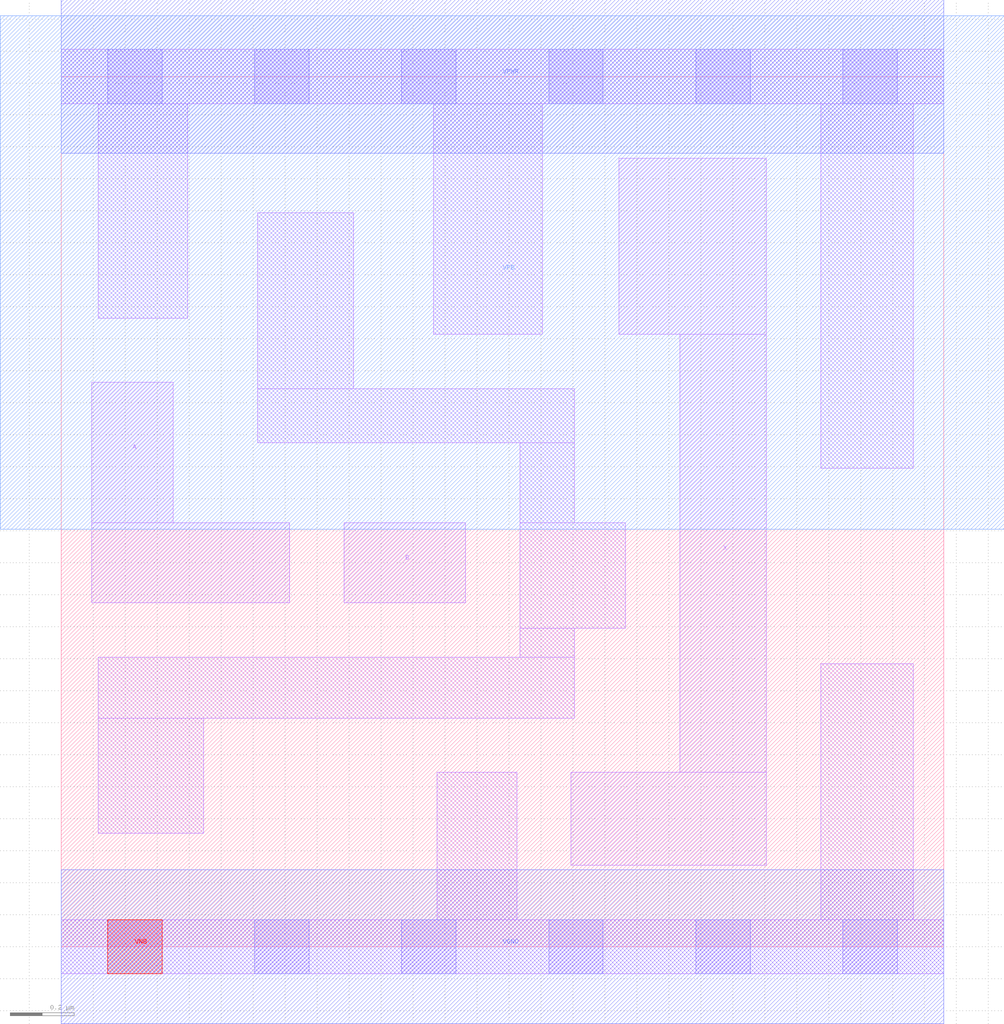
<source format=lef>
# Copyright 2020 The SkyWater PDK Authors
#
# Licensed under the Apache License, Version 2.0 (the "License");
# you may not use this file except in compliance with the License.
# You may obtain a copy of the License at
#
#     https://www.apache.org/licenses/LICENSE-2.0
#
# Unless required by applicable law or agreed to in writing, software
# distributed under the License is distributed on an "AS IS" BASIS,
# WITHOUT WARRANTIES OR CONDITIONS OF ANY KIND, either express or implied.
# See the License for the specific language governing permissions and
# limitations under the License.
#
# SPDX-License-Identifier: Apache-2.0

VERSION 5.7 ;
  NOWIREEXTENSIONATPIN ON ;
  DIVIDERCHAR "/" ;
  BUSBITCHARS "[]" ;
PROPERTYDEFINITIONS
  MACRO maskLayoutSubType STRING ;
  MACRO prCellType STRING ;
  MACRO originalViewName STRING ;
END PROPERTYDEFINITIONS
MACRO sky130_fd_sc_hdll__and2_2
  CLASS CORE ;
  FOREIGN sky130_fd_sc_hdll__and2_2 ;
  ORIGIN  0.000000  0.000000 ;
  SIZE  2.760000 BY  2.720000 ;
  SYMMETRY X Y R90 ;
  SITE unithd ;
  PIN A
    ANTENNAGATEAREA  0.138600 ;
    DIRECTION INPUT ;
    USE SIGNAL ;
    PORT
      LAYER li1 ;
        RECT 0.095000 1.075000 0.715000 1.325000 ;
        RECT 0.095000 1.325000 0.350000 1.765000 ;
    END
  END A
  PIN B
    ANTENNAGATEAREA  0.138600 ;
    DIRECTION INPUT ;
    USE SIGNAL ;
    PORT
      LAYER li1 ;
        RECT 0.885000 1.075000 1.265000 1.325000 ;
    END
  END B
  PIN X
    ANTENNADIFFAREA  0.728500 ;
    DIRECTION OUTPUT ;
    USE SIGNAL ;
    PORT
      LAYER li1 ;
        RECT 1.595000 0.255000 2.205000 0.545000 ;
        RECT 1.745000 1.915000 2.205000 2.465000 ;
        RECT 1.935000 0.545000 2.205000 1.915000 ;
    END
  END X
  PIN VGND
    DIRECTION INOUT ;
    USE GROUND ;
    PORT
      LAYER met1 ;
        RECT 0.000000 -0.240000 2.760000 0.240000 ;
    END
  END VGND
  PIN VNB
    DIRECTION INOUT ;
    USE GROUND ;
    PORT
      LAYER pwell ;
        RECT 0.145000 -0.085000 0.315000 0.085000 ;
    END
  END VNB
  PIN VPB
    DIRECTION INOUT ;
    USE POWER ;
    PORT
      LAYER nwell ;
        RECT -0.190000 1.305000 2.950000 2.910000 ;
    END
  END VPB
  PIN VPWR
    DIRECTION INOUT ;
    USE POWER ;
    PORT
      LAYER met1 ;
        RECT 0.000000 2.480000 2.760000 2.960000 ;
    END
  END VPWR
  OBS
    LAYER li1 ;
      RECT 0.000000 -0.085000 2.760000 0.085000 ;
      RECT 0.000000  2.635000 2.760000 2.805000 ;
      RECT 0.115000  0.355000 0.445000 0.715000 ;
      RECT 0.115000  0.715000 1.605000 0.905000 ;
      RECT 0.115000  1.965000 0.395000 2.635000 ;
      RECT 0.615000  1.575000 1.605000 1.745000 ;
      RECT 0.615000  1.745000 0.915000 2.295000 ;
      RECT 1.165000  1.915000 1.505000 2.635000 ;
      RECT 1.175000  0.085000 1.425000 0.545000 ;
      RECT 1.435000  0.905000 1.605000 0.995000 ;
      RECT 1.435000  0.995000 1.765000 1.325000 ;
      RECT 1.435000  1.325000 1.605000 1.575000 ;
      RECT 2.375000  0.085000 2.665000 0.885000 ;
      RECT 2.375000  1.495000 2.665000 2.635000 ;
    LAYER mcon ;
      RECT 0.145000 -0.085000 0.315000 0.085000 ;
      RECT 0.145000  2.635000 0.315000 2.805000 ;
      RECT 0.605000 -0.085000 0.775000 0.085000 ;
      RECT 0.605000  2.635000 0.775000 2.805000 ;
      RECT 1.065000 -0.085000 1.235000 0.085000 ;
      RECT 1.065000  2.635000 1.235000 2.805000 ;
      RECT 1.525000 -0.085000 1.695000 0.085000 ;
      RECT 1.525000  2.635000 1.695000 2.805000 ;
      RECT 1.985000 -0.085000 2.155000 0.085000 ;
      RECT 1.985000  2.635000 2.155000 2.805000 ;
      RECT 2.445000 -0.085000 2.615000 0.085000 ;
      RECT 2.445000  2.635000 2.615000 2.805000 ;
  END
  PROPERTY maskLayoutSubType "abstract" ;
  PROPERTY prCellType "standard" ;
  PROPERTY originalViewName "layout" ;
END sky130_fd_sc_hdll__and2_2
END LIBRARY

</source>
